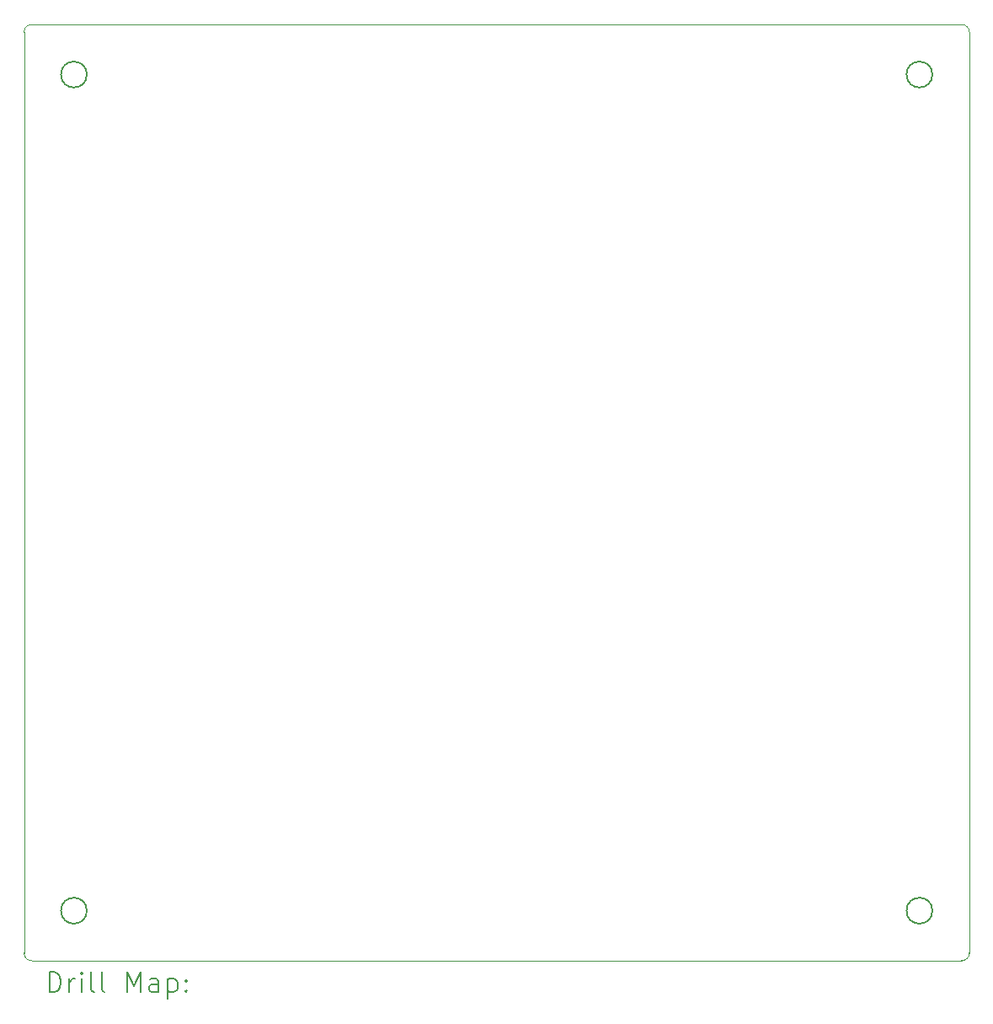
<source format=gbr>
%TF.GenerationSoftware,KiCad,Pcbnew,7.0.6*%
%TF.CreationDate,2023-08-10T19:19:34-04:00*%
%TF.ProjectId,jerry,6a657272-792e-46b6-9963-61645f706362,rev?*%
%TF.SameCoordinates,Original*%
%TF.FileFunction,Drillmap*%
%TF.FilePolarity,Positive*%
%FSLAX45Y45*%
G04 Gerber Fmt 4.5, Leading zero omitted, Abs format (unit mm)*
G04 Created by KiCad (PCBNEW 7.0.6) date 2023-08-10 19:19:34*
%MOMM*%
%LPD*%
G01*
G04 APERTURE LIST*
%ADD10C,0.100000*%
%ADD11C,0.200000*%
G04 APERTURE END LIST*
D10*
X11925000Y-7000000D02*
X2575000Y-7000000D01*
D11*
X3130000Y-15900000D02*
G75*
G03*
X3130000Y-15900000I-130000J0D01*
G01*
D10*
X2575000Y-7000000D02*
G75*
G03*
X2500000Y-7075000I-6030J-68970D01*
G01*
X2575000Y-16400000D02*
X11925000Y-16400000D01*
D11*
X11630000Y-7500000D02*
G75*
G03*
X11630000Y-7500000I-130000J0D01*
G01*
X3130000Y-7500000D02*
G75*
G03*
X3130000Y-7500000I-130000J0D01*
G01*
D10*
X2500000Y-7075000D02*
X2500000Y-16325000D01*
X11925000Y-16400000D02*
G75*
G03*
X12000000Y-16325000I6030J68970D01*
G01*
D11*
X11630000Y-15900000D02*
G75*
G03*
X11630000Y-15900000I-130000J0D01*
G01*
D10*
X12000000Y-7075000D02*
G75*
G03*
X11925000Y-7000000I-68970J6030D01*
G01*
X12000000Y-16325000D02*
X12000000Y-7075000D01*
X2500000Y-16325000D02*
G75*
G03*
X2575000Y-16400000I68970J-6030D01*
G01*
D11*
X2755514Y-16716747D02*
X2755514Y-16516747D01*
X2755514Y-16516747D02*
X2803133Y-16516747D01*
X2803133Y-16516747D02*
X2831704Y-16526271D01*
X2831704Y-16526271D02*
X2850752Y-16545318D01*
X2850752Y-16545318D02*
X2860276Y-16564366D01*
X2860276Y-16564366D02*
X2869799Y-16602461D01*
X2869799Y-16602461D02*
X2869799Y-16631033D01*
X2869799Y-16631033D02*
X2860276Y-16669128D01*
X2860276Y-16669128D02*
X2850752Y-16688175D01*
X2850752Y-16688175D02*
X2831704Y-16707223D01*
X2831704Y-16707223D02*
X2803133Y-16716747D01*
X2803133Y-16716747D02*
X2755514Y-16716747D01*
X2955514Y-16716747D02*
X2955514Y-16583413D01*
X2955514Y-16621509D02*
X2965037Y-16602461D01*
X2965037Y-16602461D02*
X2974561Y-16592937D01*
X2974561Y-16592937D02*
X2993609Y-16583413D01*
X2993609Y-16583413D02*
X3012657Y-16583413D01*
X3079323Y-16716747D02*
X3079323Y-16583413D01*
X3079323Y-16516747D02*
X3069799Y-16526271D01*
X3069799Y-16526271D02*
X3079323Y-16535794D01*
X3079323Y-16535794D02*
X3088847Y-16526271D01*
X3088847Y-16526271D02*
X3079323Y-16516747D01*
X3079323Y-16516747D02*
X3079323Y-16535794D01*
X3203133Y-16716747D02*
X3184085Y-16707223D01*
X3184085Y-16707223D02*
X3174561Y-16688175D01*
X3174561Y-16688175D02*
X3174561Y-16516747D01*
X3307895Y-16716747D02*
X3288847Y-16707223D01*
X3288847Y-16707223D02*
X3279323Y-16688175D01*
X3279323Y-16688175D02*
X3279323Y-16516747D01*
X3536466Y-16716747D02*
X3536466Y-16516747D01*
X3536466Y-16516747D02*
X3603133Y-16659604D01*
X3603133Y-16659604D02*
X3669799Y-16516747D01*
X3669799Y-16516747D02*
X3669799Y-16716747D01*
X3850752Y-16716747D02*
X3850752Y-16611985D01*
X3850752Y-16611985D02*
X3841228Y-16592937D01*
X3841228Y-16592937D02*
X3822180Y-16583413D01*
X3822180Y-16583413D02*
X3784085Y-16583413D01*
X3784085Y-16583413D02*
X3765037Y-16592937D01*
X3850752Y-16707223D02*
X3831704Y-16716747D01*
X3831704Y-16716747D02*
X3784085Y-16716747D01*
X3784085Y-16716747D02*
X3765037Y-16707223D01*
X3765037Y-16707223D02*
X3755514Y-16688175D01*
X3755514Y-16688175D02*
X3755514Y-16669128D01*
X3755514Y-16669128D02*
X3765037Y-16650080D01*
X3765037Y-16650080D02*
X3784085Y-16640556D01*
X3784085Y-16640556D02*
X3831704Y-16640556D01*
X3831704Y-16640556D02*
X3850752Y-16631033D01*
X3945990Y-16583413D02*
X3945990Y-16783414D01*
X3945990Y-16592937D02*
X3965037Y-16583413D01*
X3965037Y-16583413D02*
X4003133Y-16583413D01*
X4003133Y-16583413D02*
X4022180Y-16592937D01*
X4022180Y-16592937D02*
X4031704Y-16602461D01*
X4031704Y-16602461D02*
X4041228Y-16621509D01*
X4041228Y-16621509D02*
X4041228Y-16678652D01*
X4041228Y-16678652D02*
X4031704Y-16697699D01*
X4031704Y-16697699D02*
X4022180Y-16707223D01*
X4022180Y-16707223D02*
X4003133Y-16716747D01*
X4003133Y-16716747D02*
X3965037Y-16716747D01*
X3965037Y-16716747D02*
X3945990Y-16707223D01*
X4126942Y-16697699D02*
X4136466Y-16707223D01*
X4136466Y-16707223D02*
X4126942Y-16716747D01*
X4126942Y-16716747D02*
X4117418Y-16707223D01*
X4117418Y-16707223D02*
X4126942Y-16697699D01*
X4126942Y-16697699D02*
X4126942Y-16716747D01*
X4126942Y-16592937D02*
X4136466Y-16602461D01*
X4136466Y-16602461D02*
X4126942Y-16611985D01*
X4126942Y-16611985D02*
X4117418Y-16602461D01*
X4117418Y-16602461D02*
X4126942Y-16592937D01*
X4126942Y-16592937D02*
X4126942Y-16611985D01*
M02*

</source>
